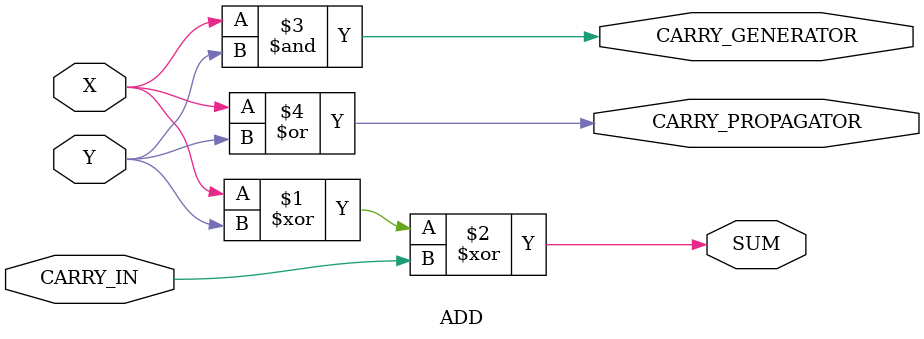
<source format=v>
`timescale 1ns / 1ps
module ADD(
    input X,
    input Y,
    input CARRY_IN,

    output CARRY_GENERATOR,
    output CARRY_PROPAGATOR,
    output SUM
    );
    assign SUM = X ^ Y ^ CARRY_IN;
    assign CARRY_GENERATOR  = X & Y;
    assign CARRY_PROPAGATOR = X | Y;
endmodule

</source>
